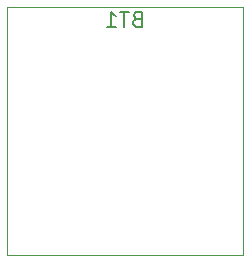
<source format=gbr>
%TF.GenerationSoftware,KiCad,Pcbnew,(5.1.6)-1*%
%TF.CreationDate,2020-09-29T23:00:00+05:30*%
%TF.ProjectId,GettingToBlinky5.0,47657474-696e-4675-946f-426c696e6b79,rev?*%
%TF.SameCoordinates,Original*%
%TF.FileFunction,Legend,Bot*%
%TF.FilePolarity,Positive*%
%FSLAX46Y46*%
G04 Gerber Fmt 4.6, Leading zero omitted, Abs format (unit mm)*
G04 Created by KiCad (PCBNEW (5.1.6)-1) date 2020-09-29 23:00:00*
%MOMM*%
%LPD*%
G01*
G04 APERTURE LIST*
%ADD10C,0.120000*%
%ADD11C,0.150000*%
G04 APERTURE END LIST*
D10*
%TO.C,BT1*%
X157000000Y-117000000D02*
X177000000Y-117000000D01*
X177000000Y-117000000D02*
X177000000Y-96000000D01*
X177000000Y-96000000D02*
X157000000Y-96000000D01*
X157000000Y-96000000D02*
X157000000Y-117000000D01*
D11*
X168021428Y-97007142D02*
X167835714Y-97069047D01*
X167773809Y-97130952D01*
X167711904Y-97254761D01*
X167711904Y-97440476D01*
X167773809Y-97564285D01*
X167835714Y-97626190D01*
X167959523Y-97688095D01*
X168454761Y-97688095D01*
X168454761Y-96388095D01*
X168021428Y-96388095D01*
X167897619Y-96450000D01*
X167835714Y-96511904D01*
X167773809Y-96635714D01*
X167773809Y-96759523D01*
X167835714Y-96883333D01*
X167897619Y-96945238D01*
X168021428Y-97007142D01*
X168454761Y-97007142D01*
X167340476Y-96388095D02*
X166597619Y-96388095D01*
X166969047Y-97688095D02*
X166969047Y-96388095D01*
X165483333Y-97688095D02*
X166226190Y-97688095D01*
X165854761Y-97688095D02*
X165854761Y-96388095D01*
X165978571Y-96573809D01*
X166102380Y-96697619D01*
X166226190Y-96759523D01*
%TD*%
M02*

</source>
